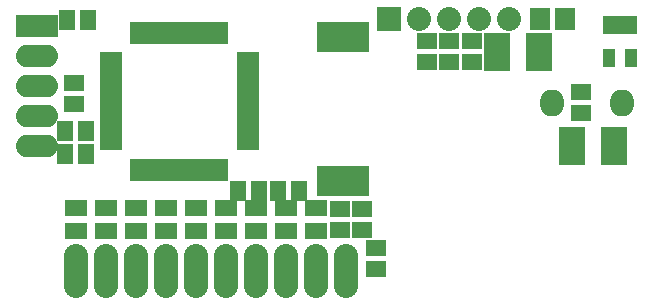
<source format=gbs>
G04 (created by PCBNEW-RS274X (2012-01-19 BZR 3256)-stable) date 26/03/2013 21:56:11*
G01*
G70*
G90*
%MOIN*%
G04 Gerber Fmt 3.4, Leading zero omitted, Abs format*
%FSLAX34Y34*%
G04 APERTURE LIST*
%ADD10C,0.006000*%
%ADD11R,0.055000X0.065000*%
%ADD12R,0.040000X0.060000*%
%ADD13R,0.090000X0.130000*%
%ADD14R,0.065000X0.075000*%
%ADD15R,0.065000X0.055000*%
%ADD16R,0.140000X0.075000*%
%ADD17O,0.140000X0.075000*%
%ADD18O,0.080000X0.180000*%
%ADD19R,0.077200X0.031800*%
%ADD20R,0.031800X0.077200*%
%ADD21R,0.075000X0.055000*%
%ADD22R,0.177500X0.098700*%
%ADD23R,0.080000X0.080000*%
%ADD24C,0.080000*%
%ADD25O,0.080000X0.090000*%
G04 APERTURE END LIST*
G54D10*
G54D11*
X89400Y-66550D03*
X88700Y-66550D03*
G54D12*
X99725Y-61000D03*
X100475Y-61000D03*
X99725Y-62100D03*
X100100Y-61000D03*
X100475Y-62100D03*
G54D13*
X98500Y-65050D03*
X99900Y-65050D03*
G54D14*
X97425Y-60800D03*
X98275Y-60800D03*
G54D15*
X91500Y-67850D03*
X91500Y-67150D03*
X90750Y-67850D03*
X90750Y-67150D03*
X98800Y-63950D03*
X98800Y-63250D03*
G54D11*
X81650Y-60850D03*
X82350Y-60850D03*
G54D16*
X80650Y-61050D03*
G54D17*
X80650Y-62050D03*
X80650Y-63050D03*
X80650Y-64050D03*
X80650Y-65050D03*
G54D18*
X90950Y-69200D03*
X89950Y-69200D03*
X88950Y-69200D03*
X87950Y-69200D03*
X86950Y-69200D03*
X85950Y-69200D03*
X84950Y-69200D03*
X83950Y-69200D03*
X82950Y-69200D03*
X81950Y-69200D03*
G54D19*
X83117Y-64633D03*
X83117Y-64436D03*
X83117Y-64239D03*
X83117Y-64042D03*
X83117Y-63845D03*
X83117Y-63648D03*
X83117Y-64830D03*
X83117Y-65026D03*
G54D20*
X84711Y-65833D03*
X84908Y-65833D03*
X85105Y-65833D03*
G54D19*
X87683Y-62861D03*
X87683Y-62664D03*
X87683Y-62467D03*
X87683Y-62270D03*
X87683Y-62074D03*
G54D20*
X86089Y-61267D03*
G54D19*
X87683Y-63058D03*
X87683Y-63255D03*
X87683Y-63452D03*
X87683Y-63648D03*
X87683Y-63845D03*
G54D20*
X84908Y-61267D03*
X86286Y-65833D03*
X85105Y-61267D03*
X86483Y-65833D03*
X86680Y-65833D03*
X85302Y-61267D03*
X85498Y-61267D03*
X86876Y-65833D03*
G54D19*
X87683Y-64239D03*
G54D20*
X85695Y-61267D03*
X85892Y-61267D03*
G54D19*
X87683Y-64042D03*
G54D20*
X86089Y-65833D03*
X84711Y-61267D03*
X84514Y-61267D03*
X85892Y-65833D03*
X85695Y-65833D03*
X84317Y-61267D03*
X84120Y-61267D03*
X85498Y-65833D03*
X85302Y-65833D03*
X83924Y-61267D03*
G54D19*
X83117Y-63452D03*
X83117Y-63255D03*
X83117Y-63058D03*
X83117Y-62861D03*
G54D20*
X86286Y-61267D03*
X86483Y-61267D03*
X86680Y-61267D03*
X86876Y-61267D03*
G54D19*
X87683Y-64436D03*
X87683Y-64633D03*
X87683Y-64830D03*
X87683Y-65026D03*
X83117Y-62664D03*
X83117Y-62467D03*
X83117Y-62270D03*
X83117Y-62074D03*
G54D20*
X84514Y-65833D03*
X84317Y-65833D03*
X84120Y-65833D03*
X83924Y-65833D03*
G54D21*
X85950Y-67125D03*
X85950Y-67875D03*
X83950Y-67125D03*
X83950Y-67875D03*
X84950Y-67125D03*
X84950Y-67875D03*
X86950Y-67125D03*
X86950Y-67875D03*
X87950Y-67125D03*
X87950Y-67875D03*
X81950Y-67125D03*
X81950Y-67875D03*
X82950Y-67125D03*
X82950Y-67875D03*
X89950Y-67125D03*
X89950Y-67875D03*
X88950Y-67125D03*
X88950Y-67875D03*
G54D11*
X81600Y-64550D03*
X82300Y-64550D03*
G54D15*
X81900Y-63650D03*
X81900Y-62950D03*
G54D13*
X97400Y-61900D03*
X96000Y-61900D03*
G54D15*
X91950Y-69150D03*
X91950Y-68450D03*
G54D22*
X90850Y-61400D03*
X90850Y-66200D03*
G54D23*
X92400Y-60800D03*
G54D24*
X93400Y-60800D03*
X94400Y-60800D03*
X95400Y-60800D03*
X96400Y-60800D03*
G54D15*
X95150Y-62250D03*
X95150Y-61550D03*
X94400Y-62250D03*
X94400Y-61550D03*
X93650Y-62250D03*
X93650Y-61550D03*
G54D11*
X82300Y-65300D03*
X81600Y-65300D03*
X88050Y-66550D03*
X87350Y-66550D03*
G54D25*
X97819Y-63600D03*
X100181Y-63600D03*
M02*

</source>
